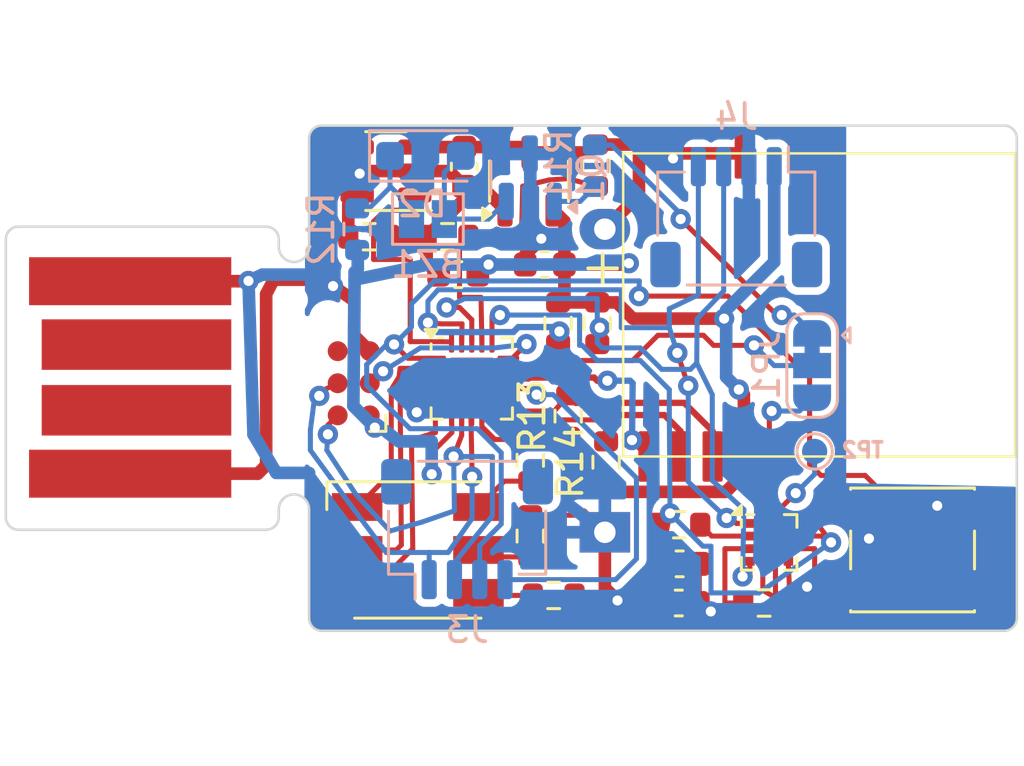
<source format=kicad_pcb>
(kicad_pcb (version 20240108) (generator "pcbnew") (generator_version "8.0")
  (layers (0 "F.Cu" signal) (31 "B.Cu" signal) (34 "B.Paste" user) (35 "F.Paste" user) (36 "B.SilkS" user "B.Silkscreen") (37 "F.SilkS" user "F.Silkscreen") (38 "B.Mask" user) (39 "F.Mask" user) (44 "Edge.Cuts" user))
  (net 0 "")
  (net 1 "VDD")
  (net 2 "GND")
  (net 3 "/BATT+")
  (net 4 "/ACC_POWER")
  (net 5 "/LED_GREEN_N")
  (net 6 "Net-(BZ1-+)")
  (net 7 "VBUS")
  (net 8 "/SDA")
  (net 9 "/SCL")
  (net 10 "/SWDIO")
  (net 11 "/SWCLK")
  (net 12 "/BOOT0")
  (net 13 "/RESET")
  (net 14 "Net-(U2-PROG)")
  (net 15 "/LED_RED_P")
  (net 16 "/ACC_CS")
  (net 17 "/LED_GREEN_P")
  (net 18 "/LED_BLUE_P")
  (net 19 "/ACC_INT1")
  (net 20 "/ACC_INT2")
  (net 21 "/ACC_ADDR")
  (net 22 "/BLE_INT")
  (net 23 "/BUTTON_1")
  (net 24 "Net-(D1-RA)")
  (net 25 "Net-(D1-GA)")
  (net 26 "Net-(D1-BA)")
  (net 30 "/BATT_VOLTAGE")
  (net 31 "/BATT_CHRG")
  (net 32 "Net-(BZ1--)")
  (net 33 "Net-(Q1-B)")
  (net 34 "/BUZZER")
  (net 35 "/BLE_SDA")
  (net 36 "/BLE_SCL")
  (net 37 "/ACC_INT{slash}BUZZER")
  (footprint "Resistor_SMD:R_0603_1608Metric" (layer "F.Cu") (at 111.4 97.825 -90)
    (property "Reference" "R4" (hide yes))
    (property "Value" "3.3k")
  )
  (footprint "Resistor_SMD:R_0603_1608Metric" (layer "F.Cu") (at 108.75 106.25 90)
    (property "Reference" "R9" (hide yes))
    (property "Value" "120R")
  )
  (footprint "Resistor_SMD:R_0603_1608Metric" (layer "F.Cu") (at 114.65 105.8 180)
    (property "Reference" "R1" (hide yes))
    (property "Value" "10k")
  )
  (footprint "LED_SMD:LED_RGB_5050-6" (layer "F.Cu") (at 104.3 106.8)
    (property "Reference" "D1" (hide yes))
    (property "Value" "LED_RGB")
  )
  (footprint "Package_LGA:LGA-12_2x2mm_P0.5mm" (layer "F.Cu") (at 118.2 106.5)
    (property "Reference" "U1" (hide yes))
    (property "Value" "LIS2DH12")
  )
  (footprint "Resistor_SMD:R_0603_1608Metric" (layer "F.Cu") (at 111.75 103.325 90)
    (property "Reference" "R14")
    (property "Value" "3.3k")
  )
  (footprint "Capacitor_SMD:C_0603_1608Metric" (layer "F.Cu") (at 114.625 108.9)
    (property "Reference" "C1" (hide yes))
    (property "Value" "10uF 10V")
  )
  (footprint "Package_DFN_QFN:QFN-20-1EP_3x3mm_P0.4mm_EP1.65x1.65mm" (layer "F.Cu") (at 106.435 100.01)
    (property "Reference" "U3" (hide yes))
    (property "Value" "PY32F003F18U6TR")
  )
  (footprint "Capacitor_SMD:C_0603_1608Metric" (layer "F.Cu") (at 105.9 95.9)
    (property "Reference" "C3" (hide yes))
    (property "Value" "1uF 10V")
  )
  (footprint "dml10:Mousebite_0.6mmX8" (layer "F.Cu") (at 99.4 96.9)
    (property "Reference" "H1" (hide yes))
    (property "Value" "MountingHole" (hide yes))
  )
  (footprint "Resistor_SMD:R_0603_1608Metric" (layer "F.Cu") (at 105.475 94.4 180)
    (property "Reference" "R7" (hide yes))
    (property "Value" "10k")
  )
  (footprint "Resistor_SMD:R_0603_1608Metric" (layer "F.Cu") (at 109.85 97.825 -90)
    (property "Reference" "R5" (hide yes))
    (property "Value" "3.3k")
  )
  (footprint "Capacitor_SMD:C_0603_1608Metric" (layer "F.Cu") (at 114.66 107.35)
    (property "Reference" "C2" (hide yes))
    (property "Value" "100nF 10V")
  )
  (footprint "Capacitor_SMD:C_0603_1608Metric" (layer "F.Cu") (at 106.1375 91.625 -90)
    (property "Reference" "C4" (hide yes))
    (property "Value" "10uF 10V")
  )
  (footprint "Resistor_SMD:R_0603_1608Metric" (layer "F.Cu") (at 118 108.9 180)
    (property "Reference" "R2" (hide yes))
    (property "Value" "10k")
  )
  (footprint "Resistor_SMD:R_0603_1608Metric" (layer "F.Cu") (at 111.35 91.575 -90)
    (property "Reference" "R6" (hide yes))
    (property "Value" "10k")
  )
  (footprint "Resistor_SMD:R_0603_1608Metric" (layer "F.Cu") (at 110.25 101.5 90)
    (property "Reference" "R13")
    (property "Value" "3.3k")
  )
  (footprint "Capacitor_SMD:C_0603_1608Metric" (layer "F.Cu") (at 109.325 95.5)
    (property "Reference" "C5" (hide yes))
    (property "Value" "1uF 10V")
  )
  (footprint "Connector:Tag-Connect_TC2030-IDC-NL_2x03_P1.27mm_Vertical" (layer "F.Cu") (at 101.765 100.2 90)
    (property "Reference" "J2" (hide yes))
    (property "Value" "Conn_ARM_SWD_TagConnect_TC2030-NL")
  )
  (footprint "Package_TO_SOT_SMD:TSOT-23-5" (layer "F.Cu") (at 103.0375 91.8 180)
    (property "Reference" "U2" (hide yes))
    (property "Value" "LP4054HB5F" (hide yes))
  )
  (footprint "dml20m:Battery_CR1220-Horizontal" (layer "F.Cu") (at 111.7 100.1 90)
    (property "Reference" "BT1" (hide yes))
    (property "Value" "Battery_Cell")
  )
  (footprint "Resistor_SMD:R_0603_1608Metric" (layer "F.Cu") (at 102.375 94.4)
    (property "Reference" "R3" (hide yes))
    (property "Value" "10k")
  )
  (footprint "Button_Switch_SMD:SW_SPST_PTS647_Sx38" (layer "F.Cu") (at 123.875 106.8)
    (property "Reference" "SW1" (hide yes))
    (property "Value" "SW_Push")
  )
  (footprint "Resistor_SMD:R_0603_1608Metric" (layer "F.Cu") (at 109.675 108.6)
    (property "Reference" "R10" (hide yes))
    (property "Value" "82R")
  )
  (footprint "Resistor_SMD:R_0603_1608Metric" (layer "F.Cu") (at 108.75 103.25 90)
    (property "Reference" "R8" (hide yes))
    (property "Value" "120R")
  )
  (footprint "Package_TO_SOT_SMD:SOT-23-3" (layer "F.Cu") (at 108.7 92.2 90)
    (property "Reference" "U4" (hide yes))
    (property "Value" "XC6206PxxxMR")
  )
  (footprint "dml10:EdgeUSBTypeA" (layer "F.Cu") (at 88.02 99.97 -90)
    (property "Reference" "J1" (hide yes))
    (property "Value" "USB_A" (hide yes))
  )
  (footprint "dml10:BM7161" (layer "F.Cu") (at 112.425 97.1 -90)
    (property "Reference" "U5" (hide yes))
    (property "Value" "BM7161")
  )
  (footprint "Jumper:SolderJumper-3_P1.3mm_Bridged12_RoundedPad1.0x1.5mm" (layer "B.Cu") (at 119.9 99.5 -90)
    (property "Reference" "JP1")
    (property "Value" "SolderJumper_3_Bridged12")
  )
  (footprint "Resistor_SMD:R_0603_1608Metric" (layer "B.Cu") (at 111.3 91.6 -90)
    (property "Reference" "R11")
    (property "Value" "100R")
  )
  (footprint "Resistor_SMD:R_0603_1608Metric" (layer "B.Cu") (at 101.9 94.1 -90)
    (property "Reference" "R12")
    (property "Value" "33R")
  )
  (footprint "Connector_JST:JST_SH_SM04B-SRSS-TB_1x04-1MP_P1.00mm_Horizontal" (layer "B.Cu") (at 106.25 105.975)
    (property "Reference" "J3")
    (property "Value" "Header 2.54mm")
  )
  (footprint "Package_TO_SOT_SMD:SOT-23" (layer "B.Cu") (at 108.75 92.0625 90)
    (property "Reference" "Q1")
    (property "Value" "BC547B")
  )
  (footprint "Connector_JST:JST_SH_SM04B-SRSS-TB_1x04-1MP_P1.00mm_Horizontal" (layer "B.Cu") (at 116.9 93.625 180)
    (property "Reference" "J4")
    (property "Value" "Header 2.54mm")
  )
  (footprint "Diode_SMD:D_SOD-123F" (layer "B.Cu") (at 104.6 91.2)
    (property "Reference" "D2")
    (property "Value" "1N4001")
  )
  (footprint "TestPoint:TestPoint_Pad_D1.0mm" (layer "B.Cu") (at 120 102.9 180)
    (property "Reference" "TP2")
    (property "Value" "TP_PCB")
  )
  (footprint "Jumper:SolderJumper-2_P1.3mm_Open_Pad1.0x1.5mm" (layer "B.Cu") (at 104.7 93.7)
    (property "Reference" "BZ1")
    (property "Value" "Buzzer")
  )
  (gr_arc (start 88.5 106) (mid 88.146447 105.853553) (end 88 105.5) (stroke (width 0.1)) (layer "Edge.Cuts"))
  (gr_line (start 100.5 110) (end 127.5 110) (stroke (width 0.1)) (layer "Edge.Cuts"))
  (gr_line (start 100 105.2) (end 100 109.5) (stroke (width 0.1)) (layer "Edge.Cuts"))
  (gr_arc (start 98.3 94) (mid 98.653553 94.146447) (end 98.8 94.5) (stroke (width 0.1)) (layer "Edge.Cuts"))
  (gr_line (start 100.5 90) (end 127.5 90) (stroke (width 0.1)) (layer "Edge.Cuts"))
  (gr_arc (start 100 94.8) (mid 99.4 95.4) (end 98.8 94.8) (stroke (width 0.1)) (layer "Edge.Cuts"))
  (gr_arc (start 98.8 105.2) (mid 99.4 104.6) (end 100 105.2) (stroke (width 0.1)) (layer "Edge.Cuts"))
  (gr_arc (start 127.5 90) (mid 127.853553 90.146447) (end 128 90.5) (stroke (width 0.1)) (layer "Edge.Cuts"))
  (gr_arc (start 100.5 110) (mid 100.146447 109.853553) (end 100 109.5) (stroke (width 0.1)) (layer "Edge.Cuts"))
  (gr_line (start 88.5 94) (end 98.3 94) (stroke (width 0.1)) (layer "Edge.Cuts"))
  (gr_line (start 98.8 94.5) (end 98.8 94.8) (stroke (width 0.1)) (layer "Edge.Cuts"))
  (gr_line (start 128 109.5) (end 128 90.5) (stroke (width 0.1)) (layer "Edge.Cuts"))
  (gr_line (start 98.8 105.5) (end 98.8 105.2) (stroke (width 0.1)) (layer "Edge.Cuts"))
  (gr_arc (start 98.8 105.5) (mid 98.653553 105.853553) (end 98.3 106) (stroke (width 0.1)) (layer "Edge.Cuts"))
  (gr_arc (start 128 109.5) (mid 127.853553 109.853553) (end 127.5 110) (stroke (width 0.1)) (layer "Edge.Cuts"))
  (gr_arc (start 100 90.5) (mid 100.146447 90.146447) (end 100.5 90) (stroke (width 0.1)) (layer "Edge.Cuts"))
  (gr_arc (start 88 94.5) (mid 88.146447 94.146447) (end 88.5 94) (stroke (width 0.1)) (layer "Edge.Cuts"))
  (gr_line (start 88.5 106) (end 98.3 106) (stroke (width 0.1)) (layer "Edge.Cuts"))
  (gr_line (start 88 94.5) (end 88 105.5) (stroke (width 0.1)) (layer "Edge.Cuts"))
  (gr_line (start 100 94.8) (end 100 90.5) (stroke (width 0.1)) (layer "Edge.Cuts"))
  (segment (start 117.235 103.1) (end 117.2 100.9) (width 0.5) (layer "F.Cu") (net 1))
  (segment (start 112.1 104.5) (end 111.75 104.15) (width 0.5) (layer "F.Cu") (net 1))
  (segment (start 110.1 95.5) (end 110.1 96.75) (width 0.5) (layer "F.Cu") (net 1))
  (segment (start 117.235 103.1) (end 117.235 103.75104) (width 0.5) (layer "F.Cu") (net 1))
  (segment (start 105.65 102.15) (end 104.85 102.95) (width 0.2) (layer "F.Cu") (net 1))
  (segment (start 105.65 102.15) (end 105.635 101.46) (width 0.2) (layer "F.Cu") (net 1))
  (segment (start 110.1 96.75) (end 109.85 97) (width 0.5) (layer "F.Cu") (net 1))
  (segment (start 116.418792 97.618792) (end 116.418792 97.641994) (width 0.5) (layer "F.Cu") (net 1))
  (segment (start 110.1 95.5) (end 110.1 93.7875) (width 0.5) (layer "F.Cu") (net 1))
  (segment (start 109.85 97) (end 111.4 97) (width 0.5) (layer "F.Cu") (net 1))
  (segment (start 112.5 95.5) (end 110.1 95.5) (width 0.5) (layer "F.Cu") (net 1))
  (segment (start 117.2 100.9) (end 117.2 100.65) (width 0.5) (layer "F.Cu") (net 1))
  (segment (start 102.6 101.67) (end 102.4 101.47) (width 0.2) (layer "F.Cu") (net 1))
  (segment (start 104.85 102.95) (end 104.85 103.8) (width 0.2) (layer "F.Cu") (net 1))
  (segment (start 106.675 95.9) (end 106.7 95.9) (width 0.2) (layer "F.Cu") (net 1))
  (segment (start 117.235 103.75104) (end 116.48604 104.5) (width 0.5) (layer "F.Cu") (net 1))
  (segment (start 116.325 97.575) (end 116.35 97.55) (width 0.5) (layer "F.Cu") (net 1))
  (segment (start 106.7 95.9) (end 107.1 95.5) (width 0.2) (layer "F.Cu") (net 1))
  (segment (start 112.168629 97) (end 111.4 97) (width 0.5) (layer "F.Cu") (net 1))
  (segment (start 112.810623 97.641994) (end 112.168629 97) (width 0.5) (layer "F.Cu") (net 1))
  (segment (start 110.1 93.7875) (end 109.65 93.3375) (width 0.5) (layer "F.Cu") (net 1))
  (segment (start 110.25 102.325) (end 110.25 102.65) (width 0.25) (layer "F.Cu") (net 1))
  (segment (start 112.65 95.45) (end 112.55 95.45) (width 0.2) (layer "F.Cu") (net 1))
  (segment (start 110.25 102.65) (end 111.75 104.15) (width 0.25) (layer "F.Cu") (net 1))
  (segment (start 116.418792 97.641994) (end 112.810623 97.641994) (width 0.5) (layer "F.Cu") (net 1))
  (segment (start 117.2 100.65) (end 117 100.45) (width 0.5) (layer "F.Cu") (net 1))
  (segment (start 112.55 95.45) (end 112.5 95.5) (width 0.2) (layer "F.Cu") (net 1))
  (segment (start 116.35 97.55) (end 116.418792 97.618792) (width 0.5) (layer "F.Cu") (net 1))
  (segment (start 102.6 101.956109) (end 102.6 101.67) (width 0.2) (layer "F.Cu") (net 1))
  (segment (start 116.48604 104.5) (end 112.1 104.5) (width 0.5) (layer "F.Cu") (net 1))
  (via (at 104.85 103.8) (size 0.8) (drill 0.4) (layers "F.Cu" "B.Cu") (net 1))
  (via (at 102.6 101.956109) (size 0.8) (drill 0.4) (layers "F.Cu" "B.Cu") (net 1))
  (via (at 107.1 95.5) (size 0.8) (drill 0.4) (layers "F.Cu" "B.Cu") (net 1))
  (via (at 117 100.45) (size 0.8) (drill 0.4) (layers "F.Cu" "B.Cu") (net 1))
  (via (at 116.418792 97.641994) (size 0.8) (drill 0.4) (layers "F.Cu" "B.Cu") (net 1))
  (via (at 112.65 95.45) (size 0.8) (drill 0.4) (layers "F.Cu" "B.Cu") (net 1))
  (segment (start 101.75 101.1) (end 101.8 96.1) (width 0.5) (layer "B.Cu") (net 1))
  (segment (start 116.5 99.95) (end 116.5 97.3) (width 0.5) (layer "B.Cu") (net 1))
  (segment (start 112.55 95.35) (end 112.65 95.45) (width 0.5) (layer "B.Cu") (net 1))
  (segment (start 111 95.5) (end 111.4 95.35) (width 0.5) (layer "B.Cu") (net 1))
  (segment (start 102.706109 101.85) (end 102.6 101.956109) (width 0.2) (layer "B.Cu") (net 1))
  (segment (start 111.4 95.35) (end 112.55 95.35) (width 0.5) (layer "B.Cu") (net 1))
  (segment (start 103.55 102.5) (end 104.85 102.5) (width 0.5) (layer "B.Cu") (net 1))
  (segment (start 101.8 95.8) (end 101.925 95.675) (width 0.5) (layer "B.Cu") (net 1))
  (segment (start 104.7 95.5) (end 111 95.5) (width 0.5) (layer "B.Cu") (net 1))
  (segment (start 101.8 96.1) (end 101.8 95.8) (width 0.5) (layer "B.Cu") (net 1))
  (segment (start 118.4 91.175) (end 118.4 95.4) (width 0.5) (layer "B.Cu") (net 1))
  (segment (start 118.4 95.4) (end 116.5 97.3) (width 0.5) (layer "B.Cu") (net 1))
  (segment (start 101.8 96.1) (end 104.7 95.5) (width 0.5) (layer "B.Cu") (net 1))
  (segment (start 102.706109 101.85) (end 103.55 102.5) (width 0.5) (layer "B.Cu") (net 1))
  (segment (start 101.925 95.675) (end 101.925 94.75) (width 0.5) (layer "B.Cu") (net 1))
  (segment (start 104.85 102.5) (end 104.85 103.8) (width 0.5) (layer "B.Cu") (net 1))
  (segment (start 102.6 101.956109) (end 101.75 101.1) (width 0.5) (layer "B.Cu") (net 1))
  (segment (start 117 100.45) (end 116.5 99.95) (width 0.5) (layer "B.Cu") (net 1))
  (segment (start 115.558207 108.9) (end 115.892629 109.234422) (width 0.2) (layer "F.Cu") (net 2))
  (segment (start 106.1375 92.4) (end 106.1375 92.9125) (width 0.5) (layer "F.Cu") (net 2))
  (segment (start 104.258007 101.35) (end 104.258007 100.686343) (width 0.2) (layer "F.Cu") (net 2))
  (segment (start 106.8125 92.4) (end 107.75 93.3375) (width 0.5) (layer "F.Cu") (net 2))
  (segment (start 110.875 105.275) (end 111.7 106.1) (width 0.25) (layer "F.Cu") (net 2))
  (segment (start 110.5 108.6) (end 110.225 108.325) (width 0.2) (layer "F.Cu") (net 2))
  (segment (start 121.25 105.2) (end 122.15 106.1) (width 0.5) (layer "F.Cu") (net 2))
  (segment (start 106.1375 92.4) (end 106.8125 92.4) (width 0.5) (layer "F.Cu") (net 2))
  (segment (start 118.9625 107.25) (end 118.9625 107.4625) (width 0.2) (layer "F.Cu") (net 2))
  (segment (start 111.4 108.6) (end 111.7 108.3) (width 0.2) (layer "F.Cu") (net 2))
  (segment (start 111.7 108.3) (end 112.2 108.8) (width 0.5) (layer "F.Cu") (net 2))
  (segment (start 102.463638 91.8) (end 104.175 91.8) (width 0.5) (layer "F.Cu") (net 2))
  (segment (start 115.4 108.9) (end 115.558207 108.9) (width 0.2) (layer "F.Cu") (net 2))
  (segment (start 104.985 100.41) (end 106.035 100.41) (width 0.2) (layer "F.Cu") (net 2))
  (segment (start 118.45 107.2625) (end 118.45 108.525) (width 0.2) (layer "F.Cu") (net 2))
  (segment (start 108.55 95.113251) (end 109.18527 94.477981) (width 0.5) (layer "F.Cu") (net 2))
  (segment (start 104.65 95.425) (end 105.125 95.9) (width 0.5) (layer "F.Cu") (net 2))
  (segment (start 104.175 91.8) (end 105.5375 91.8) (width 0.5) (layer "F.Cu") (net 2))
  (segment (start 115.435 108.865) (end 115.4 108.9) (width 0.2) (layer "F.Cu") (net 2))
  (segment (start 101.7857 98.3157) (end 102.4 98.93) (width 0.5) (layer "F.Cu") (net 2))
  (segment (start 103.2 94.4) (end 104.65 94.4) (width 0.5) (layer "F.Cu") (net 2))
  (segment (start 119 108.2) (end 118.825 108.9) (width 0.2) (layer "F.Cu") (net 2))
  (segment (start 122.15 106.1) (end 122.15 106.35) (width 0.5) (layer "F.Cu") (net 2))
  (segment (start 119.7 108.254167) (end 119.45 108.275) (width 0.5) (layer "F.Cu") (net 2))
  (segment (start 110.5 108.6) (end 111.4 108.6) (width 0.2) (layer "F.Cu") (net 2))
  (segment (start 114.6 91.1) (end 114.4 91.3) (width 0.5) (layer "F.Cu") (net 2))
  (segment (start 111.025 105.425) (end 111.7 106.1) (width 0.2) (layer "F.Cu") (net 2))
  (segment (start 118.45 108.525) (end 118.825 108.9) (width 0.2) (layer "F.Cu") (net 2))
  (segment (start 119.7 108.254167) (end 120 107.7) (width 0.2) (layer "F.Cu") (net 2))
  (segment (start 120 106.75) (end 118.9625 106.75) (width 0.2) (layer "F.Cu") (net 2))
  (segment (start 108.75 105.425) (end 111.025 105.425) (width 0.2) (layer "F.Cu") (net 2))
  (segment (start 120 107.7) (end 120 106.75) (width 0.2) (layer "F.Cu") (net 2))
  (segment (start 104.258007 100.686343) (end 104.53435 100.41) (width 0.2) (layer "F.Cu") (net 2))
  (segment (start 117.95 107.2625) (end 117.95 108.4) (width 0.2) (layer "F.Cu") (net 2))
  (segment (start 101.7857 96.9357) (end 101.7857 98.3157) (width 0.5) (layer "F.Cu") (net 2))
  (segment (start 118.9625 107.4625) (end 119 108.2) (width 0.2) (layer "F.Cu") (net 2))
  (segment (start 104.53435 100.41) (end 104.985 100.41) (width 0.2) (layer "F.Cu") (net 2))
  (segment (start 117.95 108.4) (end 118.825 108.9) (width 0.2) (layer "F.Cu") (net 2))
  (segment (start 106.035 100.41) (end 106.435 100.01) (width 0.2) (layer "F.Cu") (net 2))
  (segment (start 108.55 95.5) (end 108.55 95.113251) (width 0.5) (layer "F.Cu") (net 2))
  (segment (start 102 91.9) (end 102.463638 91.8) (width 0.5) (layer "F.Cu") (net 2))
  (segment (start 97.19 96.16) (end 92.92 96.16) (width 0.5) (layer "F.Cu") (net 2))
  (segment (start 97.6 96.15) (end 97.19 96.16) (width 0.5) (layer "F.Cu") (net 2))
  (segment (start 106.1375 92.9125) (end 104.65 94.4) (width 0.5) (layer "F.Cu") (net 2))
  (segment (start 126.5 105.2) (end 125 105.2) (width 0.5) (layer "F.Cu") (net 2))
  (segment (start 111.7 106.1) (end 111.7 108.3) (width 0.5) (layer "F.Cu") (net 2))
  (segment (start 125 105.2) (end 124.85 105.05) (width 0.5) (layer "F.Cu") (net 2))
  (segment (start 119.45 108.275) (end 118.825 108.9) (width 0.5) (layer "F.Cu") (net 2))
  (segment (start 105.5375 91.8) (end 106.1375 92.4) (width 0.5) (layer "F.Cu") (net 2))
  (segment (start 104.65 94.4) (end 104.65 95.425) (width 0.5) (layer "F.Cu") (net 2))
  (segment (start 115.435 107.35) (end 115.435 108.865) (width 0.2) (layer "F.Cu") (net 2))
  (segment (start 117.235 91.1) (end 114.6 91.1) (width 0.5) (layer "F.Cu") (net 2))
  (segment (start 100.947436 96.352564) (end 101.7857 96.9357) (width 0.5) (layer "F.Cu") (net 2))
  (via (at 124.85 105.05) (size 0.8) (drill 0.4) (layers "F.Cu" "B.Cu") (net 2))
  (via (at 104.258007 101.35) (size 0.8) (drill 0.4) (layers "F.Cu" "B.Cu") (net 2))
  (via (at 112.2 108.8) (size 0.8) (drill 0.4) (layers "F.Cu" "B.Cu") (net 2))
  (via (at 119.7 108.254167) (size 0.8) (drill 0.4) (layers "F.Cu" "B.Cu") (net 2))
  (via (at 115.892629 109.234422) (size 0.8) (drill 0.4) (layers "F.Cu" "B.Cu") (net 2))
  (via (at 114.4 91.3) (size 0.8) (drill 0.4) (layers "F.Cu" "B.Cu") (net 2))
  (via (at 109.18527 94.477981) (size 0.8) (drill 0.4) (layers "F.Cu" "B.Cu") (net 2))
  (via (at 100.947436 96.352564) (size 0.8) (drill 0.4) (layers "F.Cu" "B.Cu") (net 2))
  (via (at 97.6 96.15) (size 0.8) (drill 0.4) (layers "F.Cu" "B.Cu") (net 2))
  (via (at 102 91.9) (size 0.8) (drill 0.4) (layers "F.Cu" "B.Cu") (net 2))
  (via (at 122.15 106.35) (size 0.8) (drill 0.4) (layers "F.Cu" "B.Cu") (net 2))
  (segment (start 98.7 103.75) (end 100 103.75) (width 0.5) (layer "B.Cu") (net 2))
  (segment (start 98.15 95.9) (end 97.6 96.15) (width 0.5) (layer "B.Cu") (net 2))
  (segment (start 107.75 101.3) (end 110.25 102.75) (width 0.5) (layer "B.Cu") (net 2))
  (segment (start 97.8 102.231371) (end 98.7 103.75) (width 0.5) (layer "B.Cu") (net 2))
  (segment (start 110.25 102.75) (end 110.25 105) (width 0.5) (layer "B.Cu") (net 2))
  (segment (start 104.258007 101.35) (end 107.75 101.3) (width 0.5) (layer "B.Cu") (net 2))
  (segment (start 110.25 105) (end 111.7 106.1) (width 0.5) (layer "B.Cu") (net 2))
  (segment (start 100.947436 96.352564) (end 100.75 95.9) (width 0.5) (layer "B.Cu") (net 2))
  (segment (start 100.75 95.9) (end 98.15 95.9) (width 0.5) (layer "B.Cu") (net 2))
  (segment (start 112.2 105.6) (end 111.7 106.1) (width 0.2) (layer "B.Cu") (net 2))
  (segment (start 97.6 96.15) (end 97.8 102.231371) (width 0.5) (layer "B.Cu") (net 2))
  (segment (start 108.7 91.0625) (end 111.0375 91.0625) (width 0.5) (layer "F.Cu") (net 3))
  (segment (start 112.9 90.75) (end 111.35 90.75) (width 0.5) (layer "F.Cu") (net 3))
  (segment (start 113.05 90.9) (end 112.9 90.75) (width 0.5) (layer "F.Cu") (net 3))
  (segment (start 111.0375 91.0625) (end 111.35 90.75) (width 0.5) (layer "F.Cu") (net 3))
  (segment (start 108.4875 90.85) (end 108.7 91.0625) (width 0.5) (layer "F.Cu") (net 3))
  (segment (start 111.7 94.1) (end 113.05 92.75) (width 0.5) (layer "F.Cu") (net 3))
  (segment (start 104.175 90.85) (end 106.1375 90.85) (width 0.5) (layer "F.Cu") (net 3))
  (segment (start 106.1375 90.85) (end 108.4875 90.85) (width 0.5) (layer "F.Cu") (net 3))
  (segment (start 113.05 92.75) (end 113.05 90.9) (width 0.5) (layer "F.Cu") (net 3))
  (segment (start 113.885 107.35) (end 113.885 105.86) (width 0.5) (layer "F.Cu") (net 4))
  (segment (start 113.6 108.65) (end 113.85 108.9) (width 0.2) (layer "F.Cu") (net 4))
  (segment (start 113.885 105.86) (end 113.825 105.8) (width 0.5) (layer "F.Cu") (net 4))
  (segment (start 120.65 106.5) (end 120.1 105.75) (width 0.2) (layer "F.Cu") (net 4))
  (segment (start 120.1 105.75) (end 118.9625 105.75) (width 0.2) (layer "F.Cu") (net 4))
  (segment (start 107.55 97.5) (end 107.235 97.55) (width 0.2) (layer "F.Cu") (net 4))
  (segment (start 120.65 106.5) (end 120.25 106.25) (width 0.2) (layer "F.Cu") (net 4))
  (segment (start 113.885 107.35) (end 113.885 108.865) (width 0.5) (layer "F.Cu") (net 4))
  (segment (start 120.25 106.25) (end 118.9625 106.25) (width 0.2) (layer "F.Cu") (net 4))
  (segment (start 113.885 108.865) (end 113.85 108.9) (width 0.5) (layer "F.Cu") (net 4))
  (segment (start 107.235 97.55) (end 107.235 98.56) (width 0.2) (layer "F.Cu") (net 4))
  (segment (start 114.278992 105.35) (end 113.6 108.65) (width 0.2) (layer "F.Cu") (net 4))
  (via (at 107.55 97.5) (size 0.8) (drill 0.4) (layers "F.Cu" "B.Cu") (net 4))
  (via (at 120.65 106.5) (size 0.8) (drill 0.4) (layers "F.Cu" "B.Cu") (net 4))
  (via (at 114.278992 105.35) (size 0.8) (drill 0.4) (layers "F.Cu" "B.Cu") (net 4))
  (segment (start 114.278992 105.35) (end 115.578992 106.65) (width 0.2) (layer "B.Cu") (net 4))
  (segment (start 110.7 98.7) (end 110.7 97.5) (width 0.2) (layer "B.Cu") (net 4))
  (segment (start 115.578992 106.65) (end 115.9 106.65) (width 0.2) (layer "B.Cu") (net 4))
  (segment (start 114.25 100.45) (end 114.25 101.25) (width 0.2) (layer "B.Cu") (net 4))
  (segment (start 114.278992 105.35) (end 114.25 101.25) (width 0.2) (layer "B.Cu") (net 4))
  (segment (start 117.8 108.5) (end 120.65 106.5) (width 0.2) (layer "B.Cu") (net 4))
  (segment (start 115.9 106.65) (end 115.9 108.5) (width 0.2) (layer "B.Cu") (net 4))
  (segment (start 110.8 98.7) (end 111.4 99.3) (width 0.2) (layer "B.Cu") (net 4))
  (segment (start 113.1 99.3) (end 114.25 100.45) (width 0.2) (layer "B.Cu") (net 4))
  (segment (start 110.7 98.7) (end 110.8 98.7) (width 0.2) (layer "B.Cu") (net 4))
  (segment (start 111.4 99.3) (end 113.1 99.3) (width 0.2) (layer "B.Cu") (net 4))
  (segment (start 110.7 97.5) (end 107.55 97.5) (width 0.2) (layer "B.Cu") (net 4))
  (segment (start 115.9 108.5) (end 117.8 108.5) (width 0.2) (layer "B.Cu") (net 4))
  (segment (start 107.34935 102.425) (end 109 102.425) (width 0.2) (layer "F.Cu") (net 5))
  (segment (start 106.835 101.46) (end 106.835 101.91065) (width 0.2) (layer "F.Cu") (net 5))
  (segment (start 106.835 101.91065) (end 107.34935 102.425) (width 0.2) (layer "F.Cu") (net 5))
  (segment (start 103.2 91.2) (end 103.2 92.4) (width 0.2) (layer "B.Cu") (net 6))
  (segment (start 103.2 92.45) (end 102.375 93.275) (width 0.2) (layer "B.Cu") (net 6))
  (segment (start 103.2 92.4) (end 103.2 92.45) (width 0.2) (layer "B.Cu") (net 6))
  (segment (start 104.05 93.25) (end 103.2 92.4) (width 0.2) (layer "B.Cu") (net 6))
  (segment (start 104.05 93.7) (end 104.05 93.25) (width 0.2) (layer "B.Cu") (net 6))
  (segment (start 102.375 93.275) (end 101.9 93.275) (width 0.2) (layer "B.Cu") (net 6))
  (segment (start 100.75 92) (end 100.75 95.15) (width 0.5) (layer "F.Cu") (net 7))
  (segment (start 97.97 103.78) (end 92.92 103.78) (width 0.5) (layer "F.Cu") (net 7))
  (segment (start 101.9 90.85) (end 100.75 92) (width 0.5) (layer "F.Cu") (net 7))
  (segment (start 100.05 96.1) (end 98.6 96.1) (width 0.5) (layer "F.Cu") (net 7))
  (segment (start 98.6 96.1) (end 98.3 96.668629) (width 0.5) (layer "F.Cu") (net 7))
  (segment (start 100.75 95.15) (end 100.05 96.1) (width 0.5) (layer "F.Cu") (net 7))
  (segment (start 98.3 96.668629) (end 98.3 103.45) (width 0.5) (layer "F.Cu") (net 7))
  (segment (start 98.3 103.45) (end 97.97 103.78) (width 0.5) (layer "F.Cu") (net 7))
  (segment (start 105.950001 97.200001) (end 105.437653 97.200001) (width 0.2) (layer "F.Cu") (net 8))
  (segment (start 117.3 107.9) (end 117.4375 107.7625) (width 0.2) (layer "F.Cu") (net 8))
  (segment (start 111.4 98.65) (end 111.4 98.1) (width 0.25) (layer "F.Cu") (net 8))
  (segment (start 106.435 98.56) (end 106.435 97.685) (width 0.2) (layer "F.Cu") (net 8))
  (segment (start 117.15 107.85) (end 117.3 107.9) (width 0.2) (layer "F.Cu") (net 8))
  (segment (start 117.4375 107.7625) (end 117.4375 107.25) (width 0.2) (layer "F.Cu") (net 8))
  (segment (start 106.3 97.55) (end 105.950001 97.200001) (width 0.2) (layer "F.Cu") (net 8))
  (segment (start 106.435 97.685) (end 106.3 97.55) (width 0.2) (layer "F.Cu") (net 8))
  (segment (start 111.4 98.1) (end 111.5 98) (width 0.25) (layer "F.Cu") (net 8))
  (via (at 117.15 107.85) (size 0.8) (drill 0.4) (layers "F.Cu" "B.Cu") (net 8))
  (via (at 111.5 98) (size 0.8) (drill 0.4) (layers "F.Cu" "B.Cu") (net 8))
  (via (at 105.437653 97.200001) (size 0.8) (drill 0.4) (layers "F.Cu" "B.Cu") (net 8))
  (segment (start 113.1 98.8) (end 113.95 99.65) (width 0.2) (layer "B.Cu") (net 8))
  (segment (start 117.2 105.2) (end 117.15 107.85) (width 0.2) (layer "B.Cu") (net 8))
  (segment (start 111.4 98.6) (end 111.4 96.85) (width 0.2) (layer "B.Cu") (net 8))
  (segment (start 115.35 97.65) (end 116.4 96.55) (width 0.2) (layer "B.Cu") (net 8))
  (segment (start 113.95 99.65) (end 115.085 99.65) (width 0.2) (layer "B.Cu") (net 8))
  (segment (start 106.15 96.85) (end 105.437653 97.200001) (width 0.2) (layer "B.Cu") (net 8))
  (segment (start 115.335 99.4) (end 115.95 100.65) (width 0.2) (layer "B.Cu") (net 8))
  (segment (start 111.4 96.85) (end 106.15 96.85) (width 0.2) (layer "B.Cu") (net 8))
  (segment (start 115.335 99.4) (end 115.35 97.65) (width 0.2) (layer "B.Cu") (net 8))
  (segment (start 116.4 96.55) (end 116.4 91.175) (width 0.2) (layer "B.Cu") (net 8))
  (segment (start 115.95 104.05) (end 117.2 105.2) (width 0.2) (layer "B.Cu") (net 8))
  (segment (start 111.6 98.8) (end 113.1 98.8) (width 0.2) (layer "B.Cu") (net 8))
  (segment (start 111.4 98.6) (end 111.6 98.8) (width 0.2) (layer "B.Cu") (net 8))
  (segment (start 115.95 100.65) (end 115.95 104.05) (width 0.2) (layer "B.Cu") (net 8))
  (segment (start 115.085 99.65) (end 115.335 99.4) (width 0.2) (layer "B.Cu") (net 8))
  (segment (start 116.690712 105.53462) (end 116.51538 105.53462) (width 0.2) (layer "F.Cu") (net 9))
  (segment (start 109.85 98.203115) (end 109.903115 98.15) (width 0.25) (layer "F.Cu") (net 9))
  (segment (start 106.05 97.85) (end 106.035 98.56) (width 0.2) (layer "F.Cu") (net 9))
  (segment (start 109.85 98.65) (end 109.85 98.203115) (width 0.25) (layer "F.Cu") (net 9))
  (segment (start 115 100.3) (end 114.568182 99) (width 0.2) (layer "F.Cu") (net 9))
  (segment (start 104.7 97.8) (end 105.25 97.85) (width 0.2) (layer "F.Cu") (net 9))
  (segment (start 117.4375 105.75) (end 116.906092 105.75) (width 0.2) (layer "F.Cu") (net 9))
  (segment (start 116.906092 105.75) (end 116.690712 105.53462) (width 0.2) (layer "F.Cu") (net 9))
  (segment (start 105.25 97.85) (end 106.05 97.85) (width 0.2) (layer "F.Cu") (net 9))
  (via (at 114.568182 99) (size 0.8) (drill 0.4) (layers "F.Cu" "B.Cu") (net 9))
  (via (at 109.903115 98.15) (size 0.8) (drill 0.4) (layers "F.Cu" "B.Cu") (net 9))
  (via (at 104.7 97.8) (size 0.8) (drill 0.4) (layers "F.Cu" "B.Cu") (net 9))
  (via (at 115 100.3) (size 0.8) (drill 0.4) (layers "F.Cu" "B.Cu") (net 9))
  (via (at 116.51538 105.53462) (size 0.8) (drill 0.4) (layers "F.Cu" "B.Cu") (net 9))
  (segment (start 109.903115 98.15) (end 109.728115 97.975) (width 0.25) (layer "B.Cu") (net 9))
  (segment (start 112.35 98) (end 112.35 96.5) (width 0.2) (layer "B.Cu") (net 9))
  (segment (start 109.728115 97.975) (end 108.275 97.975) (width 0.25) (layer "B.Cu") (net 9))
  (segment (start 108.275 97.975) (end 108.075 98.175) (width 0.25) (layer "B.Cu") (net 9))
  (segment (start 104.7 96.95) (end 104.7 97.8) (width 0.2) (layer "B.Cu") (net 9))
  (segment (start 112.35 96.5) (end 105.1 96.5) (width 0.2) (layer "B.Cu") (net 9))
  (segment (start 114.25 97.25) (end 114.25 98) (width 0.2) (layer "B.Cu") (net 9))
  (segment (start 114.25 98) (end 112.35 98) (width 0.2) (layer "B.Cu") (net 9))
  (segment (start 114.568182 99) (end 114.25 98) (width 0.2) (layer "B.Cu") (net 9))
  (segment (start 105.1 96.5) (end 104.7 96.95) (width 0.2) (layer "B.Cu") (net 9))
  (segment (start 115 100.3) (end 115 104.1) (width 0.2) (layer "B.Cu") (net 9))
  (segment (start 105.075 98.175) (end 104.7 97.8) (width 0.25) (layer "B.Cu") (net 9))
  (segment (start 108.075 98.175) (end 105.075 98.175) (width 0.25) (layer "B.Cu") (net 9))
  (segment (start 115.4 91.175) (end 115.4 96.7) (width 0.2) (layer "B.Cu") (net 9))
  (segment (start 115.4 96.7) (end 114.25 97.25) (width 0.2) (layer "B.Cu") (net 9))
  (segment (start 115 104.1) (end 116.51538 105.53462) (width 0.2) (layer "B.Cu") (net 9))
  (segment (start 100.743806 101.856194) (end 101.13 101.47) (width 0.2) (layer "F.Cu") (net 10))
  (segment (start 106.035 102.265) (end 106.035 101.46) (width 0.2) (layer "F.Cu") (net 10))
  (segment (start 100.743806 102.221466) (end 100.743806 101.856194) (width 0.2) (layer "F.Cu") (net 10))
  (segment (start 105.716775 103.1) (end 106.035 102.265) (width 0.2) (layer "F.Cu") (net 10))
  (via (at 100.743806 102.221466) (size 0.8) (drill 0.4) (layers "F.Cu" "B.Cu") (net 10))
  (via (at 105.716775 103.1) (size 0.8) (drill 0.4) (layers "F.Cu" "B.Cu") (net 10))
  (segment (start 101.85 104.6) (end 103.2 106.05) (width 0.2) (layer "B.Cu") (net 10))
  (segment (start 100.7 102.85) (end 101.85 104.6) (width 0.2) (layer "B.Cu") (net 10))
  (segment (start 103.2 106.05) (end 104.45 105.7) (width 0.2) (layer "B.Cu") (net 10))
  (segment (start 104.45 105.7) (end 105.75 105.25) (width 0.2) (layer "B.Cu") (net 10))
  (segment (start 105.75 105.25) (end 105.716775 103.1) (width 0.2) (layer "B.Cu") (net 10))
  (segment (start 107.25 103.1) (end 107.25 105.45) (width 0.2) (layer "B.Cu") (net 10))
  (segment (start 107.25 105.45) (end 105.75 107.3) (width 0.2) (layer "B.Cu") (net 10))
  (segment (start 105.716775 103.1) (end 107.25 103.1) (width 0.2) (layer "B.Cu") (net 10))
  (segment (start 100.743806 102.221466) (end 100.7 102.85) (width 0.2) (layer "B.Cu") (net 10))
  (segment (start 105.75 107.3) (end 105.75 108.3) (width 0.2) (layer "B.Cu") (net 10))
  (segment (start 106.4 101.495) (end 106.435 101.46) (width 0.2) (layer "F.Cu") (net 11))
  (segment (start 106.45 103.9) (end 106.4 101.495) (width 0.2) (layer "F.Cu") (net 11))
  (segment (start 100.2 100.65) (end 101.13 100.2) (width 0.2) (layer "F.Cu") (net 11))
  (segment (start 100.4 100.7) (end 100.2 100.65) (width 0.2) (layer "F.Cu") (net 11))
  (via (at 100.4 100.7) (size 0.8) (drill 0.4) (layers "F.Cu" "B.Cu") (net 11))
  (via (at 106.45 103.9) (size 0.8) (drill 0.4) (layers "F.Cu" "B.Cu") (net 11))
  (segment (start 105.5 106.9) (end 106.45 105.55) (width 0.2) (layer "B.Cu") (net 11))
  (segment (start 103.05 106.9) (end 104.75 106.9) (width 0.2) (layer "B.Cu") (net 11))
  (segment (start 101.4 104.7) (end 103.05 106.9) (width 0.2) (layer "B.Cu") (net 11))
  (segment (start 104.75 108.3) (end 104.75 106.9) (width 0.2) (layer "B.Cu") (net 11))
  (segment (start 100.05 102.05) (end 100.05 102.85) (width 0.2) (layer "B.Cu") (net 11))
  (segment (start 106.45 105.55) (end 106.45 103.9) (width 0.2) (layer "B.Cu") (net 11))
  (segment (start 100.05 102.85) (end 101.4 104.7) (width 0.2) (layer "B.Cu") (net 11))
  (segment (start 104.75 106.9) (end 105.5 106.9) (width 0.2) (layer "B.Cu") (net 11))
  (segment (start 100.4 100.7) (end 100.2 100.9) (width 0.2) (layer "B.Cu") (net 11))
  (segment (start 100.2 100.9) (end 100.05 102.05) (width 0.2) (layer "B.Cu") (net 11))
  (segment (start 107.885 100.41) (end 108.76 100.41) (width 0.2) (layer "F.Cu") (net 12))
  (segment (start 108.76 100.41) (end 109 100.65) (width 0.2) (layer "F.Cu") (net 12))
  (via (at 109 100.65) (size 0.8) (drill 0.4) (layers "F.Cu" "B.Cu") (net 12))
  (segment (start 112.95 103.95) (end 112.95 107.15) (width 0.2) (layer "B.Cu") (net 12))
  (segment (start 109 100.65) (end 109.65 100.65) (width 0.2) (layer "B.Cu") (net 12))
  (segment (start 107.75 108.3) (end 107.75 107.525001) (width 0.2) (layer "B.Cu") (net 12))
  (segment (start 109.65 100.65) (end 112.95 103.95) (width 0.2) (layer "B.Cu") (net 12))
  (segment (start 112.95 107.15) (end 112.125 107.975) (width 0.2) (layer "B.Cu") (net 12))
  (segment (start 107.75 107.65) (end 107.75 107.975) (width 0.2) (layer "B.Cu") (net 12))
  (segment (start 112.125 107.975) (end 107.75 107.975) (width 0.2) (layer "B.Cu") (net 12))
  (segment (start 108.6 98.65) (end 108.742857 98.542857) (width 0.2) (layer "F.Cu") (net 13))
  (segment (start 102.4 100.2) (end 102.926316 99.726316) (width 0.2) (layer "F.Cu") (net 13))
  (segment (start 107.885 99.21) (end 108.04 99.21) (width 0.2) (layer "F.Cu") (net 13))
  (segment (start 108.742857 98.542857) (end 108.85 98.65) (width 0.2) (layer "F.Cu") (net 13))
  (segment (start 108.04 99.21) (end 108.6 98.65) (width 0.2) (layer "F.Cu") (net 13))
  (via (at 102.926316 99.726316) (size 0.8) (drill 0.4) (layers "F.Cu" "B.Cu") (net 13))
  (via (at 108.6 98.65) (size 0.8) (drill 0.4) (layers "F.Cu" "B.Cu") (net 13))
  (segment (start 104.4 98.8) (end 102.926316 99.726316) (width 0.2) (layer "B.Cu") (net 13))
  (segment (start 108.6 98.65) (end 107.35 98.8) (width 0.2) (layer "B.Cu") (net 13))
  (segment (start 107.35 98.8) (end 104.4 98.8) (width 0.2) (layer "B.Cu") (net 13))
  (segment (start 101.55 93.1) (end 101.9 92.75) (width 0.5) (layer "F.Cu") (net 14))
  (segment (start 101.55 94.4) (end 101.55 93.1) (width 0.5) (layer "F.Cu") (net 14))
  (segment (start 103.65 106.6) (end 103.6 100.65) (width 0.2) (layer "F.Cu") (net 15))
  (segment (start 101.9 106.8) (end 103.45 106.8) (width 0.2) (layer "F.Cu") (net 15))
  (segment (start 103.45 106.8) (end 103.65 106.6) (width 0.2) (layer "F.Cu") (net 15))
  (segment (start 103.9 100.05) (end 104.985 100.01) (width 0.2) (layer "F.Cu") (net 15))
  (segment (start 103.6 100.65) (end 103.9 100.05) (width 0.2) (layer "F.Cu") (net 15))
  (segment (start 115.925 106.25) (end 117.4375 106.25) (width 0.2) (layer "F.Cu") (net 16))
  (segment (start 115.475 105.8) (end 115.925 106.25) (width 0.2) (layer "F.Cu") (net 16))
  (segment (start 103.25 100.45) (end 103.555026 99.95) (width 0.2) (layer "F.Cu") (net 17))
  (segment (start 103.6 99.61) (end 104.985 99.61) (width 0.2) (layer "F.Cu") (net 17))
  (segment (start 103.555026 99.95) (end 103.6 99.61) (width 0.2) (layer "F.Cu") (net 17))
  (segment (start 103.25 103.75) (end 103.25 100.45) (width 0.2) (layer "F.Cu") (net 17))
  (segment (start 101.9 105.1) (end 103.25 103.75) (width 0.2) (layer "F.Cu") (net 17))
  (segment (start 104.1 106.75) (end 104.05 102.45) (width 0.2) (layer "F.Cu") (net 18))
  (segment (start 105 102.15) (end 104.985 100.81) (width 0.2) (layer "F.Cu") (net 18))
  (segment (start 104.05 102.45) (end 105 102.15) (width 0.2) (layer "F.Cu") (net 18))
  (segment (start 101.9 108.5) (end 102.35 108.5) (width 0.2) (layer "F.Cu") (net 18))
  (segment (start 102.35 108.5) (end 104.1 106.75) (width 0.2) (layer "F.Cu") (net 18))
  (segment (start 117.95 104.55) (end 118.25 104.25) (width 0.2) (layer "F.Cu") (net 19))
  (segment (start 118.2 101.4) (end 118.3 101.3) (width 0.2) (layer "F.Cu") (net 19))
  (segment (start 118.25 104.25) (end 118.2 101.4) (width 0.2) (layer "F.Cu") (net 19))
  (segment (start 117.95 105.7375) (end 117.95 104.55) (width 0.2) (layer "F.Cu") (net 19))
  (via (at 118.3 101.3) (size 0.8) (drill 0.4) (layers "F.Cu" "B.Cu") (net 19))
  (segment (start 118.3 101.3) (end 119.4 101.3) (width 0.2) (layer "B.Cu") (net 19))
  (segment (start 119.4 101.3) (end 119.9 100.8) (width 0.2) (layer "B.Cu") (net 19))
  (segment (start 118.45 105.7375) (end 118.45 105.35) (width 0.2) (layer "F.Cu") (net 20))
  (segment (start 118.45 105.35) (end 119.25 104.55) (width 0.2) (layer "F.Cu") (net 20))
  (via (at 119.25 104.55) (size 0.8) (drill 0.4) (layers "F.Cu" "B.Cu") (net 20))
  (segment (start 120 102.9) (end 120 103.8) (width 0.2) (layer "B.Cu") (net 20))
  (segment (start 120 103.8) (end 119.25 104.55) (width 0.2) (layer "B.Cu") (net 20))
  (segment (start 116.45 106.75) (end 117.4375 106.75) (width 0.2) (layer "F.Cu") (net 21))
  (segment (start 117.175 108.9) (end 116.45 108.9) (width 0.2) (layer "F.Cu") (net 21))
  (segment (start 116.45 108.9) (end 116.45 106.75) (width 0.2) (layer "F.Cu") (net 21))
  (segment (start 111.8 100.1) (end 111.4 100.1) (width 0.25) (layer "F.Cu") (net 22))
  (segment (start 108.720405 99.975) (end 108.685405 100.01) (width 0.25) (layer "F.Cu") (net 22))
  (segment (start 108.685405 100.01) (end 107.885 100.01) (width 0.25) (layer "F.Cu") (net 22))
  (segment (start 111.275 99.975) (end 108.720405 99.975) (width 0.25) (layer "F.Cu") (net 22))
  (segment (start 111.4 100.1) (end 111.275 99.975) (width 0.25) (layer "F.Cu") (net 22))
  (segment (start 113.425 103.1) (end 112.775 102.45) (width 0.25) (layer "F.Cu") (net 22))
  (via (at 112.775 102.45) (size 0.8) (drill 0.4) (layers "F.Cu" "B.Cu") (net 22))
  (via (at 111.8 100.1) (size 0.8) (drill 0.4) (layers "F.Cu" "B.Cu") (net 22))
  (segment (start 112.7 100.1) (end 111.8 100.1) (width 0.25) (layer "B.Cu") (net 22))
  (segment (start 112.775 102.45) (end 112.8 100.2) (width 0.25) (layer "B.Cu") (net 22))
  (segment (start 112.8 100.2) (end 112.7 100.1) (width 0.25) (layer "B.Cu") (net 22))
  (segment (start 125.05 108.4) (end 123.15 106.5) (width 0.2) (layer "F.Cu") (net 23))
  (segment (start 119.8 103.4) (end 119.8 99.980761) (width 0.2) (layer "F.Cu") (net 23))
  (segment (start 123.15 106.5) (end 123.15 105) (width 0.2) (layer "F.Cu") (net 23))
  (segment (start 123.15 105) (end 122 103.85) (width 0.2) (layer "F.Cu") (net 23))
  (segment (start 119.8 99.980761) (end 116.569239 96.75) (width 0.2) (layer "F.Cu") (net 23))
  (segment (start 120.25 103.85) (end 119.8 103.4) (width 0.2) (layer "F.Cu") (net 23))
  (segment (start 104.985 99.21) (end 103.907771 99.21) (width 0.2) (layer "F.Cu") (net 23))
  (segment (start 116.569239 96.75) (end 113.05 96.75) (width 0.2) (layer "F.Cu") (net 23))
  (segment (start 103.907771 99.21) (end 103.359711 98.66194) (width 0.2) (layer "F.Cu") (net 23))
  (segment (start 121.25 108.4) (end 123.15 106.5) (width 0.2) (layer "F.Cu") (net 23))
  (segment (start 126.5 108.4) (end 125.05 108.4) (width 0.2) (layer "F.Cu") (net 23))
  (segment (start 122 103.85) (end 120.25 103.85) (width 0.2) (layer "F.Cu") (net 23))
  (via (at 113.05 96.75) (size 0.8) (drill 0.4) (layers "F.Cu" "B.Cu") (net 23))
  (via (at 103.359711 98.66194) (size 0.8) (drill 0.4) (layers "F.Cu" "B.Cu") (net 23))
  (segment (start 103.071453 98.66194) (end 102.276316 99.457077) (width 0.2) (layer "B.Cu") (net 23))
  (segment (start 107.6 102.95) (end 107.6 105.772398) (width 0.2) (layer "B.Cu") (net 23))
  (segment (start 104.05 97.971651) (end 103.359711 98.66194) (width 0.2) (layer "B.Cu") (net 23))
  (segment (start 113.062602 96.15) (end 104.955025 96.15) (width 0.2) (layer "B.Cu") (net 23))
  (segment (start 106.75 106.622398) (end 106.75 108.3) (width 0.2) (layer "B.Cu") (net 23))
  (segment (start 103.359711 98.66194) (end 103.071453 98.66194) (width 0.2) (layer "B.Cu") (net 23))
  (segment (start 104.05 97.055025) (end 104.05 97.971651) (width 0.2) (layer "B.Cu") (net 23))
  (segment (start 102.276316 99.457077) (end 102.276316 100.287548) (width 0.2) (layer "B.Cu") (net 23))
  (segment (start 103.988768 102) (end 106.65 102) (width 0.2) (layer "B.Cu") (net 23))
  (segment (start 102.276316 100.287548) (end 103.988768 102) (width 0.2) (layer "B.Cu") (net 23))
  (segment (start 106.65 102) (end 107.6 102.95) (width 0.2) (layer "B.Cu") (net 23))
  (segment (start 104.955025 96.15) (end 104.05 97.055025) (width 0.2) (layer "B.Cu") (net 23))
  (segment (start 107.6 105.772398) (end 106.75 106.622398) (width 0.2) (layer "B.Cu") (net 23))
  (segment (start 113.05 96.75) (end 113.062602 96.15) (width 0.2) (layer "B.Cu") (net 23))
  (segment (start 107.725 104.075) (end 106.7 105.1) (width 0.2) (layer "F.Cu") (net 24))
  (segment (start 108.75 104.075) (end 107.725 104.075) (width 0.2) (layer "F.Cu") (net 24))
  (segment (start 106.975 107.075) (end 106.7 106.8) (width 0.2) (layer "F.Cu") (net 25))
  (segment (start 108.75 107.075) (end 106.975 107.075) (width 0.2) (layer "F.Cu") (net 25))
  (segment (start 106.825 106.925) (end 106.7 106.8) (width 0.25) (layer "F.Cu") (net 25))
  (segment (start 108.85 108.6) (end 106.8 108.6) (width 0.2) (layer "F.Cu") (net 26))
  (segment (start 106.8 108.6) (end 106.7 108.5) (width 0.2) (layer "F.Cu") (net 26))
  (segment (start 105.95 96.8) (end 105.95 94.75) (width 0.2) (layer "F.Cu") (net 30))
  (segment (start 106.8 96.8) (end 105.95 96.8) (width 0.2) (layer "F.Cu") (net 30))
  (segment (start 105.95 94.75) (end 106.3 94.4) (width 0.2) (layer "F.Cu") (net 30))
  (segment (start 109.5 92.15) (end 110.25 92.1) (width 0.2) (layer "F.Cu") (net 30))
  (segment (start 108.45 92.4) (end 109.5 92.15) (width 0.2) (layer "F.Cu") (net 30))
  (segment (start 106.835 98.56) (end 106.8 96.8) (width 0.2) (layer "F.Cu") (net 30))
  (segment (start 110.25 92.1) (end 111.35 92.4) (width 0.2) (layer "F.Cu") (net 30))
  (segment (start 106.3 94.4) (end 108.4 94.45) (width 0.2) (layer "F.Cu") (net 30))
  (segment (start 108.4 94.45) (end 108.45 92.4) (width 0.2) (layer "F.Cu") (net 30))
  (segment (start 104 95.3) (end 102.55 95.3) (width 0.2) (layer "F.Cu") (net 31))
  (segment (start 102.55 95.3) (end 102.55 93.8) (width 0.2) (layer "F.Cu") (net 31))
  (segment (start 103.575 93.35) (end 104.175 92.75) (width 0.2) (layer "F.Cu") (net 31))
  (segment (start 102.55 93.8) (end 103 93.35) (width 0.2) (layer "F.Cu") (net 31))
  (segment (start 104 98.55) (end 104 95.3) (width 0.2) (layer "F.Cu") (net 31))
  (segment (start 105.635 98.56) (end 104 98.55) (width 0.2) (layer "F.Cu") (net 31))
  (segment (start 103 93.35) (end 103.575 93.35) (width 0.2) (layer "F.Cu") (net 31))
  (segment (start 107.1 93.7) (end 107.8 93) (width 0.2) (layer "B.Cu") (net 32))
  (segment (start 105.35 91.85) (end 106 91.2) (width 0.2) (layer "B.Cu") (net 32))
  (segment (start 105.35 93.7) (end 105.35 91.85) (width 0.2) (layer "B.Cu") (net 32))
  (segment (start 105.35 93.7) (end 107.1 93.7) (width 0.2) (layer "B.Cu") (net 32))
  (segment (start 110.725 93) (end 111.3 92.425) (width 0.2) (layer "B.Cu") (net 33))
  (segment (start 109.7 93) (end 110.725 93) (width 0.2) (layer "B.Cu") (net 33))
  (segment (start 114.7 93.7) (end 118.5 97.5) (width 0.2) (layer "F.Cu") (net 34))
  (segment (start 118.5 97.5) (end 118.7 97.5) (width 0.2) (layer "F.Cu") (net 34))
  (via (at 118.7 97.5) (size 0.8) (drill 0.4) (layers "F.Cu" "B.Cu") (net 34))
  (via (at 114.7 93.7) (size 0.8) (drill 0.4) (layers "F.Cu" "B.Cu") (net 34))
  (segment (start 119.2 97.5) (end 119.9 98.2) (width 0.2) (layer "B.Cu") (net 34))
  (segment (start 114.5 93.3) (end 114.7 93.5) (width 0.2) (layer "B.Cu") (net 34))
  (segment (start 118.7 97.5) (end 119.2 97.5) (width 0.2) (layer "B.Cu") (net 34))
  (segment (start 111.3 90.775) (end 111.975 90.775) (width 0.2) (layer "B.Cu") (net 34))
  (segment (start 111.975 90.775) (end 114.5 93.3) (width 0.2) (layer "B.Cu") (net 34))
  (segment (start 114.7 93.5) (end 114.7 93.7) (width 0.2) (layer "B.Cu") (net 34))
  (segment (start 115.965 103.1) (end 115.965 102.1) (width 0.25) (layer "F.Cu") (net 35))
  (segment (start 108.16 101.3) (end 109.7 101.3) (width 0.2) (layer "F.Cu") (net 35))
  (segment (start 109.7 101.3) (end 110.25 100.675) (width 0.2) (layer "F.Cu") (net 35))
  (segment (start 115.965 102.1) (end 114.84 100.975) (width 0.25) (layer "F.Cu") (net 35))
  (segment (start 110.55 100.975) (end 110.25 100.675) (width 0.25) (layer "F.Cu") (net 35))
  (segment (start 107.885 100.81) (end 108.16 101.3) (width 0.2) (layer "F.Cu") (net 35))
  (segment (start 114.84 100.975) (end 110.55 100.975) (width 0.25) (layer "F.Cu") (net 35))
  (segment (start 107.425 101.65) (end 111.6 101.65) (width 0.2) (layer "F.Cu") (net 36))
  (segment (start 111.75 101.8) (end 111.75 101.46) (width 0.25) (layer "F.Cu") (net 36))
  (segment (start 114.055 101.46) (end 114.695 102.1) (width 0.25) (layer "F.Cu") (net 36))
  (segment (start 111.75 101.46) (end 114.055 101.46) (width 0.25) (layer "F.Cu") (net 36))
  (segment (start 114.695 103.538908) (end 114.695 103.1) (width 0.2) (layer "F.Cu") (net 36))
  (segment (start 107.235 101.46) (end 107.425 101.65) (width 0.2) (layer "F.Cu") (net 36))
  (segment (start 114.695 102.1) (end 114.695 103.1) (width 0.25) (layer "F.Cu") (net 36))
  (segment (start 111.6 101.65) (end 111.75 101.8) (width 0.2) (layer "F.Cu") (net 36))
  (segment (start 111.75 102.5) (end 111.75 101.8) (width 0.25) (layer "F.Cu") (net 36))
  (segment (start 110.8 99.3) (end 112.8 99.3) (width 0.2) (layer "F.Cu") (net 37))
  (segment (start 113.8 98.3) (end 115.6 98.3) (width 0.2) (layer "F.Cu") (net 37))
  (segment (start 112.8 99.3) (end 113.8 98.3) (width 0.2) (layer "F.Cu") (net 37))
  (segment (start 116 98.7) (end 117.6 98.7) (width 0.2) (layer "F.Cu") (net 37))
  (segment (start 115.6 98.3) (end 116 98.7) (width 0.2) (layer "F.Cu") (net 37))
  (segment (start 110.5 99.6) (end 110.8 99.3) (width 0.2) (layer "F.Cu") (net 37))
  (segment (start 107.895 99.6) (end 110.5 99.6) (width 0.2) (layer "F.Cu") (net 37))
  (segment (start 107.885 99.61) (end 107.895 99.6) (width 0.2) (layer "F.Cu") (net 37))
  (via (at 117.6 98.7) (size 0.8) (drill 0.4) (layers "F.Cu" "B.Cu") (net 37))
  (segment (start 118.4 99.5) (end 117.6 98.7) (width 0.2) (layer "B.Cu") (net 37))
  (segment (start 119.9 99.5) (end 118.4 99.5) (width 0.2) (layer "B.Cu") (net 37))
  (zone (net 2) (net_name "GND") (layer "B.Cu") (connect_pads (clearance 0.3)) (min_thickness 0.2) (fill yes (thermal_gap 0.5) (thermal_bridge_width 0.5))
    (polygon (pts (xy 99.85 89.65) (xy 121.25 89.65) (xy 121.25 104.15) (xy 128.25 104.3) (xy 128.3 110.15) (xy 99.8 110.15)))
  )
)
</source>
